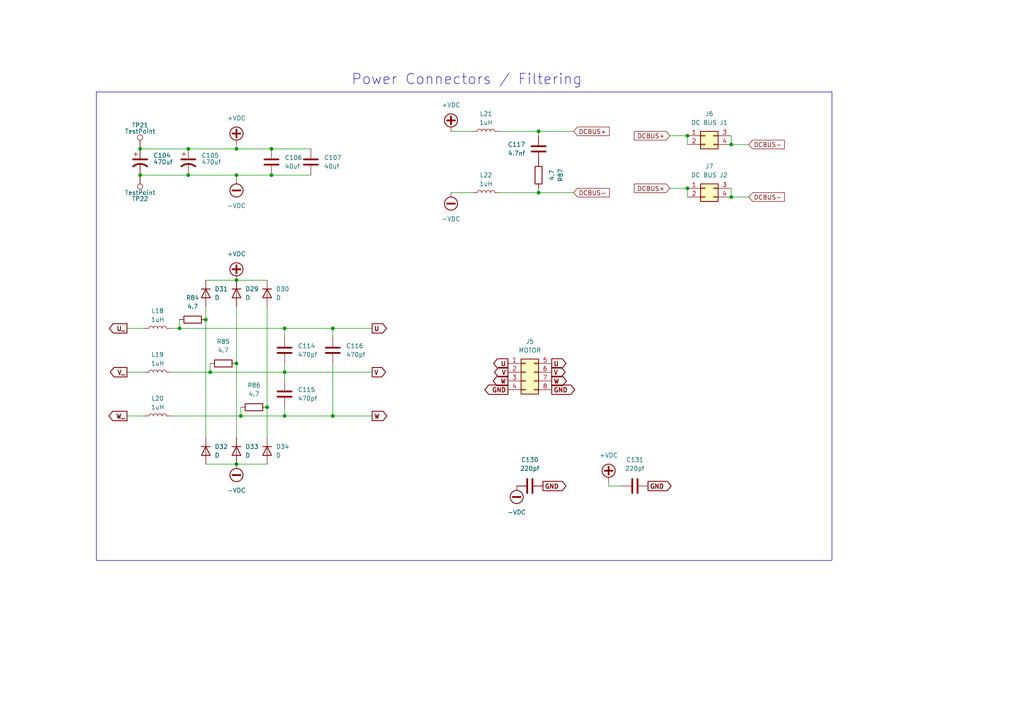
<source format=kicad_sch>
(kicad_sch (version 20231120) (generator "eeschema") (generator_version "8.0")
  (paper "A4")
  (lib_symbols
    (symbol "Connector:TestPoint" (pin_numbers hide) (pin_names (offset 0.762) hide)
      (property "Reference" "TP" (at 0 6.858 0))
      (property "Value" "TestPoint" (at 0 5.08 0))
      (symbol "TestPoint_0_1"
        (circle (center 0 3.302) (radius 0.762))
      )
      (symbol "TestPoint_1_1"
        (pin passive line (at 0 0 90) (length 2.54) (name "1") (number "1"))
      )
    )
    (symbol "Connector_Generic:Conn_02x02_Top_Bottom" (pin_names (offset 1.016) hide)
      (property "Reference" "J" (at 1.27 2.54 0))
      (property "Value" "Conn_02x02_Top_Bottom" (at 1.27 -5.08 0))
      (symbol "Conn_02x02_Top_Bottom_1_1"
        (rectangle (start -1.27 -2.413) (end 0 -2.667) (stroke (width 0.1524)))
        (rectangle (start -1.27 0.127) (end 0 -0.127) (stroke (width 0.1524)))
        (rectangle (start -1.27 1.27) (end 3.81 -3.81) (stroke (width 0.254)) (fill (type background)))
        (rectangle (start 3.81 -2.413) (end 2.54 -2.667) (stroke (width 0.1524)))
        (rectangle (start 3.81 0.127) (end 2.54 -0.127) (stroke (width 0.1524)))
        (pin passive line (at -5.08 0 0) (length 3.81) (name "Pin_1") (number "1"))
        (pin passive line (at -5.08 -2.54 0) (length 3.81) (name "Pin_2") (number "2"))
        (pin passive line (at 7.62 0 180) (length 3.81) (name "Pin_3") (number "3"))
        (pin passive line (at 7.62 -2.54 180) (length 3.81) (name "Pin_4") (number "4"))
      )
    )
    (symbol "Connector_Generic:Conn_02x04_Top_Bottom" (pin_names (offset 1.016) hide)
      (property "Reference" "J" (at 1.27 5.08 0))
      (property "Value" "Conn_02x04_Top_Bottom" (at 1.27 -7.62 0))
      (symbol "Conn_02x04_Top_Bottom_1_1"
        (rectangle (start -1.27 -4.953) (end 0 -5.207) (stroke (width 0.1524)))
        (rectangle (start -1.27 -2.413) (end 0 -2.667) (stroke (width 0.1524)))
        (rectangle (start -1.27 0.127) (end 0 -0.127) (stroke (width 0.1524)))
        (rectangle (start -1.27 2.667) (end 0 2.413) (stroke (width 0.1524)))
        (rectangle (start -1.27 3.81) (end 3.81 -6.35) (stroke (width 0.254)) (fill (type background)))
        (rectangle (start 3.81 -4.953) (end 2.54 -5.207) (stroke (width 0.1524)))
        (rectangle (start 3.81 -2.413) (end 2.54 -2.667) (stroke (width 0.1524)))
        (rectangle (start 3.81 0.127) (end 2.54 -0.127) (stroke (width 0.1524)))
        (rectangle (start 3.81 2.667) (end 2.54 2.413) (stroke (width 0.1524)))
        (pin passive line (at -5.08 2.54 0) (length 3.81) (name "Pin_1") (number "1"))
        (pin passive line (at -5.08 0 0) (length 3.81) (name "Pin_2") (number "2"))
        (pin passive line (at -5.08 -2.54 0) (length 3.81) (name "Pin_3") (number "3"))
        (pin passive line (at -5.08 -5.08 0) (length 3.81) (name "Pin_4") (number "4"))
        (pin passive line (at 7.62 2.54 180) (length 3.81) (name "Pin_5") (number "5"))
        (pin passive line (at 7.62 0 180) (length 3.81) (name "Pin_6") (number "6"))
        (pin passive line (at 7.62 -2.54 180) (length 3.81) (name "Pin_7") (number "7"))
        (pin passive line (at 7.62 -5.08 180) (length 3.81) (name "Pin_8") (number "8"))
      )
    )
    (symbol "Device:C" (pin_numbers hide) (pin_names (offset 0.254))
      (property "Reference" "C" (at 0.635 2.54 0))
      (property "Value" "C" (at 0.635 -2.54 0))
      (symbol "C_0_1"
        (polyline (pts (xy -2.032 -0.762) (xy 2.032 -0.762)) (stroke (width 0.508)))
        (polyline (pts (xy -2.032 0.762) (xy 2.032 0.762)) (stroke (width 0.508)))
      )
      (symbol "C_1_1"
        (pin passive line (at 0 3.81 270) (length 2.794) (name "~") (number "1"))
        (pin passive line (at 0 -3.81 90) (length 2.794) (name "~") (number "2"))
      )
    )
    (symbol "Device:C_Polarized_US" (pin_numbers hide) (pin_names (offset 0.254) hide)
      (property "Reference" "C" (at 0.635 2.54 0))
      (property "Value" "C_Polarized_US" (at 0.635 -2.54 0))
      (symbol "C_Polarized_US_0_1"
        (polyline (pts (xy -2.032 0.762) (xy 2.032 0.762)) (stroke (width 0.508)))
        (polyline (pts (xy -1.778 2.286) (xy -0.762 2.286)))
        (polyline (pts (xy -1.27 1.778) (xy -1.27 2.794)))
        (arc (start 2.032 -1.27) (mid 0 -0.5572) (end -2.032 -1.27) (stroke (width 0.508)))
      )
      (symbol "C_Polarized_US_1_1"
        (pin passive line (at 0 3.81 270) (length 2.794) (name "~") (number "1"))
        (pin passive line (at 0 -3.81 90) (length 3.302) (name "~") (number "2"))
      )
    )
    (symbol "Device:D" (pin_numbers hide) (pin_names (offset 1.016) hide)
      (property "Reference" "D" (at 0 2.54 0))
      (property "Value" "D" (at 0 -2.54 0))
      (symbol "D_0_1"
        (polyline (pts (xy -1.27 1.27) (xy -1.27 -1.27)) (stroke (width 0.254)))
        (polyline (pts (xy 1.27 0) (xy -1.27 0)))
        (polyline (pts (xy 1.27 1.27) (xy 1.27 -1.27) (xy -1.27 0) (xy 1.27 1.27)) (stroke (width 0.254)))
      )
      (symbol "D_1_1"
        (pin passive line (at -3.81 0 0) (length 2.54) (name "K") (number "1"))
        (pin passive line (at 3.81 0 180) (length 2.54) (name "A") (number "2"))
      )
    )
    (symbol "Device:L" (pin_numbers hide) (pin_names (offset 1.016) hide)
      (property "Reference" "L" (at -1.27 0 90))
      (property "Value" "L" (at 1.905 0 90))
      (symbol "L_0_1"
        (arc (start 0 -2.54) (mid 0.6323 -1.905) (end 0 -1.27))
        (arc (start 0 -1.27) (mid 0.6323 -0.635) (end 0 0))
        (arc (start 0 0) (mid 0.6323 0.635) (end 0 1.27))
        (arc (start 0 1.27) (mid 0.6323 1.905) (end 0 2.54))
      )
      (symbol "L_1_1"
        (pin passive line (at 0 3.81 270) (length 1.27) (name "1") (number "1"))
        (pin passive line (at 0 -3.81 90) (length 1.27) (name "2") (number "2"))
      )
    )
    (symbol "Device:R" (pin_numbers hide) (pin_names (offset 0))
      (property "Reference" "R" (at 2.032 0 90))
      (property "Value" "R" (at 0 0 90))
      (symbol "R_0_1"
        (rectangle (start -1.016 -2.54) (end 1.016 2.54) (stroke (width 0.254)))
      )
      (symbol "R_1_1"
        (pin passive line (at 0 3.81 270) (length 1.27) (name "~") (number "1"))
        (pin passive line (at 0 -3.81 90) (length 1.27) (name "~") (number "2"))
      )
    )
    (symbol "power:+VDC" (power) (pin_names (offset 0))
      (property "Value" "+VDC" (at 0 6.35 0))
      (symbol "+VDC_0_1"
        (polyline (pts (xy -1.143 3.175) (xy 1.143 3.175)) (stroke (width 0.508)))
        (polyline (pts (xy 0 0) (xy 0 1.27)))
        (polyline (pts (xy 0 2.032) (xy 0 4.318)) (stroke (width 0.508)))
        (circle (center 0 3.175) (radius 1.905) (stroke (width 0.254)))
      )
      (symbol "+VDC_1_1"
        (pin power_in line (at 0 0 90) (length 0) hide (name "+VDC") (number "1"))
      )
    )
    (symbol "power:-VDC" (power) (pin_names (offset 0))
      (property "Value" "-VDC" (at 0 6.35 0))
      (symbol "-VDC_0_1"
        (polyline (pts (xy -1.143 3.175) (xy 1.143 3.175)) (stroke (width 0.508)))
        (polyline (pts (xy 0 0) (xy 0 1.27)))
        (circle (center 0 3.175) (radius 1.905) (stroke (width 0.254)))
      )
      (symbol "-VDC_1_1"
        (pin power_in line (at 0 0 90) (length 0) hide (name "-VDC") (number "1"))
      )
    )
  )
  (junction (at 69.85 120.65))
  (junction (at 40.64 50.8))
  (junction (at 199.39 54.61))
  (junction (at 96.52 120.65))
  (junction (at 82.55 120.65))
  (junction (at 78.74 43.18))
  (junction (at 156.21 38.1))
  (junction (at 212.09 57.15))
  (junction (at 212.09 41.91))
  (junction (at 54.61 50.8))
  (junction (at 156.21 55.88))
  (junction (at 52.07 95.25))
  (junction (at 68.58 105.41))
  (junction (at 59.69 92.71))
  (junction (at 54.61 43.18))
  (junction (at 78.74 50.8))
  (junction (at 96.52 95.25))
  (junction (at 68.58 43.18))
  (junction (at 68.58 50.8))
  (junction (at 82.55 107.95))
  (junction (at 68.58 134.62))
  (junction (at 68.58 81.28))
  (junction (at 60.96 107.95))
  (junction (at 199.39 39.37))
  (junction (at 77.47 118.11))
  (junction (at 82.55 95.25))
  (junction (at 40.64 43.18))
  (wire (pts (xy 212.09 54.61) (xy 212.09 57.15)))
  (wire (pts (xy 40.64 43.18) (xy 54.61 43.18)))
  (wire (pts (xy 166.37 38.1) (xy 156.21 38.1)))
  (wire (pts (xy 69.85 120.65) (xy 82.55 120.65)))
  (wire (pts (xy 59.69 134.62) (xy 68.58 134.62)))
  (wire (pts (xy 176.53 140.97) (xy 176.53 139.7)))
  (wire (pts (xy 59.69 88.9) (xy 59.69 92.71)))
  (wire (pts (xy 54.61 43.18) (xy 68.58 43.18)))
  (wire (pts (xy 36.83 95.25) (xy 41.91 95.25)))
  (wire (pts (xy 96.52 120.65) (xy 107.95 120.65)))
  (wire (pts (xy 96.52 95.25) (xy 107.95 95.25)))
  (wire (pts (xy 36.83 107.95) (xy 41.91 107.95)))
  (wire (pts (xy 82.55 105.41) (xy 82.55 107.95)))
  (wire (pts (xy 166.37 55.88) (xy 156.21 55.88)))
  (wire (pts (xy 96.52 95.25) (xy 96.52 97.79)))
  (wire (pts (xy 77.47 88.9) (xy 77.47 118.11)))
  (wire (pts (xy 82.55 107.95) (xy 82.55 110.49)))
  (wire (pts (xy 82.55 95.25) (xy 96.52 95.25)))
  (wire (pts (xy 77.47 118.11) (xy 77.47 127)))
  (wire (pts (xy 68.58 52.07) (xy 68.58 50.8)))
  (wire (pts (xy 59.69 81.28) (xy 68.58 81.28)))
  (wire (pts (xy 96.52 105.41) (xy 96.52 120.65)))
  (wire (pts (xy 68.58 43.18) (xy 78.74 43.18)))
  (wire (pts (xy 60.96 105.41) (xy 60.96 107.95)))
  (wire (pts (xy 130.81 38.1) (xy 137.16 38.1)))
  (wire (pts (xy 96.52 120.65) (xy 82.55 120.65)))
  (wire (pts (xy 52.07 95.25) (xy 82.55 95.25)))
  (wire (pts (xy 68.58 105.41) (xy 68.58 127)))
  (wire (pts (xy 212.09 41.91) (xy 217.17 41.91)))
  (wire (pts (xy 199.39 54.61) (xy 199.39 57.15)))
  (wire (pts (xy 156.21 55.88) (xy 156.21 54.61)))
  (wire (pts (xy 194.31 54.61) (xy 199.39 54.61)))
  (wire (pts (xy 54.61 50.8) (xy 68.58 50.8)))
  (wire (pts (xy 144.78 38.1) (xy 156.21 38.1)))
  (wire (pts (xy 144.78 55.88) (xy 156.21 55.88)))
  (wire (pts (xy 68.58 88.9) (xy 68.58 105.41)))
  (wire (pts (xy 194.31 39.37) (xy 199.39 39.37)))
  (wire (pts (xy 40.64 50.8) (xy 54.61 50.8)))
  (wire (pts (xy 68.58 41.91) (xy 68.58 43.18)))
  (wire (pts (xy 78.74 50.8) (xy 90.17 50.8)))
  (wire (pts (xy 180.34 140.97) (xy 176.53 140.97)))
  (wire (pts (xy 49.53 107.95) (xy 60.96 107.95)))
  (wire (pts (xy 68.58 50.8) (xy 78.74 50.8)))
  (wire (pts (xy 60.96 107.95) (xy 82.55 107.95)))
  (wire (pts (xy 68.58 81.28) (xy 77.47 81.28)))
  (wire (pts (xy 82.55 118.11) (xy 82.55 120.65)))
  (wire (pts (xy 52.07 92.71) (xy 52.07 95.25)))
  (wire (pts (xy 156.21 38.1) (xy 156.21 39.37)))
  (wire (pts (xy 212.09 57.15) (xy 217.17 57.15)))
  (wire (pts (xy 49.53 95.25) (xy 52.07 95.25)))
  (wire (pts (xy 130.81 55.88) (xy 137.16 55.88)))
  (wire (pts (xy 82.55 95.25) (xy 82.55 97.79)))
  (wire (pts (xy 78.74 43.18) (xy 90.17 43.18)))
  (wire (pts (xy 69.85 118.11) (xy 69.85 120.65)))
  (wire (pts (xy 68.58 134.62) (xy 77.47 134.62)))
  (wire (pts (xy 59.69 92.71) (xy 59.69 127)))
  (wire (pts (xy 82.55 107.95) (xy 107.95 107.95)))
  (wire (pts (xy 199.39 39.37) (xy 199.39 41.91)))
  (wire (pts (xy 49.53 120.65) (xy 69.85 120.65)))
  (wire (pts (xy 212.09 39.37) (xy 212.09 41.91)))
  (wire (pts (xy 36.83 120.65) (xy 41.91 120.65)))
  (rectangle (start 27.94 26.67) (end 241.3 162.56))
  (text "Power Connectors / Filtering" (at 101.854 24.892 0) (effects (font (size 3 3)) (justify left bottom)))
  (global_label "W" (shape output) (at 160.02 110.49 0) (effects (font (bold yes))) (property "Intersheetrefs" "${INTERSHEET_REFS}" (effects (hide yes))))
  (global_label "U" (shape output) (at 160.02 105.41 0) (effects (font (bold yes))) (property "Intersheetrefs" "${INTERSHEET_REFS}" (effects (hide yes))))
  (global_label "W_" (shape output) (at 36.83 120.65 180) (effects (font (bold yes))) (property "Intersheetrefs" "${INTERSHEET_REFS}" (effects (hide yes))))
  (global_label "DCBUS+" (shape input) (at 194.31 54.61 180) (property "Intersheetrefs" "${INTERSHEET_REFS}" (effects (hide yes))))
  (global_label "V_" (shape output) (at 36.83 107.95 180) (effects (font (bold yes))) (property "Intersheetrefs" "${INTERSHEET_REFS}" (effects (hide yes))))
  (global_label "DCBUS-" (shape input) (at 166.37 55.88 0) (property "Intersheetrefs" "${INTERSHEET_REFS}" (effects (hide yes))))
  (global_label "DCBUS+" (shape input) (at 194.31 39.37 180) (property "Intersheetrefs" "${INTERSHEET_REFS}" (effects (hide yes))))
  (global_label "U_" (shape output) (at 36.83 95.25 180) (effects (font (bold yes))) (property "Intersheetrefs" "${INTERSHEET_REFS}" (effects (hide yes))))
  (global_label "GND" (shape output) (at 147.32 113.03 180) (effects (font (bold yes))) (property "Intersheetrefs" "${INTERSHEET_REFS}" (effects (hide yes))))
  (global_label "GND" (shape output) (at 160.02 113.03 0) (effects (font (bold yes))) (property "Intersheetrefs" "${INTERSHEET_REFS}" (effects (hide yes))))
  (global_label "DCBUS-" (shape input) (at 217.17 41.91 0) (property "Intersheetrefs" "${INTERSHEET_REFS}" (effects (hide yes))))
  (global_label "V" (shape output) (at 160.02 107.95 0) (effects (font (bold yes))) (property "Intersheetrefs" "${INTERSHEET_REFS}" (effects (hide yes))))
  (global_label "W" (shape output) (at 107.95 120.65 0) (effects (font (bold yes))) (property "Intersheetrefs" "${INTERSHEET_REFS}" (effects (hide yes))))
  (global_label "U" (shape output) (at 107.95 95.25 0) (effects (font (bold yes))) (property "Intersheetrefs" "${INTERSHEET_REFS}" (effects (hide yes))))
  (global_label "V" (shape output) (at 147.32 107.95 180) (effects (font (bold yes))) (property "Intersheetrefs" "${INTERSHEET_REFS}" (effects (hide yes))))
  (global_label "DCBUS+" (shape input) (at 166.37 38.1 0) (property "Intersheetrefs" "${INTERSHEET_REFS}" (effects (hide yes))))
  (global_label "V" (shape output) (at 107.95 107.95 0) (effects (font (bold yes))) (property "Intersheetrefs" "${INTERSHEET_REFS}" (effects (hide yes))))
  (global_label "DCBUS-" (shape input) (at 217.17 57.15 0) (property "Intersheetrefs" "${INTERSHEET_REFS}" (effects (hide yes))))
  (global_label "GND" (shape output) (at 157.48 140.97 0) (effects (font (bold yes))) (property "Intersheetrefs" "${INTERSHEET_REFS}" (effects (hide yes))))
  (global_label "GND" (shape output) (at 187.96 140.97 0) (effects (font (bold yes))) (property "Intersheetrefs" "${INTERSHEET_REFS}" (effects (hide yes))))
  (global_label "U" (shape output) (at 147.32 105.41 180) (effects (font (bold yes))) (property "Intersheetrefs" "${INTERSHEET_REFS}" (effects (hide yes))))
  (global_label "W" (shape output) (at 147.32 110.49 180) (effects (font (bold yes))) (property "Intersheetrefs" "${INTERSHEET_REFS}" (effects (hide yes))))
  (symbol (lib_id "Connector:TestPoint") (at 40.64 43.18 0) (unit 1)
    (property "Reference" "TP21" (at 40.64 36.322 0))
    (property "Value" "TestPoint" (at 40.64 38.1 0))
    (property "Footprint" "footprints:TestPoint_Pad_3.1x1.6mm" (effects (hide yes)))
  )
  (symbol (lib_id "power:+VDC") (at 68.58 81.28 0) (unit 1)
    (property "Reference" "#PWR0135" (effects (hide yes)))
    (property "Value" "+VDC" (at 68.58 73.66 0))
  )
  (symbol (lib_id "Device:L") (at 45.72 95.25 90) (unit 1)
    (property "Reference" "L18" (at 45.72 90.17 90))
    (property "Value" "1uH" (at 45.72 92.71 90))
    (property "Footprint" "Inductor_SMD:L_Vishay_IHLP-6767" (effects (hide yes)))
    (property "Description" "Inductor" (effects (hide yes)))
  )
  (symbol (lib_id "Device:L") (at 140.97 55.88 270) (mirror x) (unit 1)
    (property "Reference" "L22" (at 140.97 50.8 90))
    (property "Value" "1uH" (at 140.97 53.34 90))
    (property "Footprint" "Inductor_SMD:L_Vishay_IHLP-5050" (effects (hide yes)))
    (property "Description" "Inductor" (effects (hide yes)))
  )
  (symbol (lib_id "Connector_Generic:Conn_02x02_Top_Bottom") (at 204.47 54.61 0) (unit 1)
    (property "Reference" "J7" (at 205.74 48.26 0))
    (property "Value" "DC BUS J2" (at 205.74 50.8 0))
    (property "Footprint" "Connector_Molex:Molex_Mega-Fit_76825-0004_2x02_P5.70mm_Horizontal" (effects (hide yes)))
  )
  (symbol (lib_id "Connector_Generic:Conn_02x02_Top_Bottom") (at 204.47 39.37 0) (unit 1)
    (property "Reference" "J6" (at 205.74 33.02 0))
    (property "Value" "DC BUS J1" (at 205.74 35.56 0))
    (property "Footprint" "Connector_Molex:Molex_Mega-Fit_76825-0004_2x02_P5.70mm_Horizontal" (effects (hide yes)))
  )
  (symbol (lib_id "Device:L") (at 140.97 38.1 270) (mirror x) (unit 1)
    (property "Reference" "L21" (at 140.97 33.02 90))
    (property "Value" "1uH" (at 140.97 35.56 90))
    (property "Footprint" "Inductor_SMD:L_Vishay_IHLP-5050" (effects (hide yes)))
    (property "Description" "Inductor" (effects (hide yes)))
  )
  (symbol (lib_id "Device:R") (at 156.21 50.8 0) (mirror y) (unit 1)
    (property "Reference" "R87" (at 162.56 50.8 90))
    (property "Value" "4.7" (at 160.02 50.8 90))
    (property "Footprint" "footprints:R_1206_3216Metric_Wide" (effects (hide yes)))
    (property "Description" "Resistor" (effects (hide yes)))
  )
  (symbol (lib_id "power:+VDC") (at 176.53 139.7 0) (mirror y) (unit 1)
    (property "Reference" "#PWR0140" (effects (hide yes)))
    (property "Value" "+VDC" (at 176.53 132.08 0))
  )
  (symbol (lib_id "power:-VDC") (at 149.86 140.97 0) (mirror x) (unit 1)
    (property "Reference" "#PWR0139" (effects (hide yes)))
    (property "Value" "-VDC" (at 149.86 148.59 0))
  )
  (symbol (lib_id "Connector_Generic:Conn_02x04_Top_Bottom") (at 152.4 107.95 0) (unit 1)
    (property "Reference" "J5" (at 153.67 99.06 0))
    (property "Value" "MOTOR" (at 153.67 101.6 0))
    (property "Footprint" "Connector_Molex:Molex_Mega-Fit_76825-0008_2x04_P5.70mm_Horizontal" (effects (hide yes)))
  )
  (symbol (lib_id "Device:C") (at 82.55 101.6 0) (unit 1)
    (property "Reference" "C114" (at 86.36 100.3299 0) (effects (justify left)))
    (property "Value" "470pf" (at 86.36 102.8699 0) (effects (justify left)))
    (property "Footprint" "Capacitor_SMD:C_1206_3216Metric" (effects (hide yes)))
    (property "Description" "Unpolarized capacitor" (effects (hide yes)))
  )
  (symbol (lib_id "Device:C_Polarized_US") (at 40.64 46.99 0) (unit 1)
    (property "Reference" "C104" (at 44.45 45.085 0) (effects (justify left)))
    (property "Value" "470uf" (at 44.45 46.99 0) (effects (justify left)))
    (property "Footprint" "Capacitor_THT:CP_Radial_D30.0mm_P10.00mm_SnapIn" (effects (hide yes)))
  )
  (symbol (lib_id "Device:C") (at 156.21 43.18 0) (mirror y) (unit 1)
    (property "Reference" "C117" (at 152.4 41.9099 0) (effects (justify left)))
    (property "Value" "4.7nf" (at 152.4 44.4499 0) (effects (justify left)))
    (property "Footprint" "Capacitor_SMD:C_1206_3216Metric" (effects (hide yes)))
    (property "Description" "Unpolarized capacitor" (effects (hide yes)))
  )
  (symbol (lib_id "Device:D") (at 77.47 130.81 270) (unit 1)
    (property "Reference" "D34" (at 80.01 129.5399 90) (effects (justify left)))
    (property "Value" "D" (at 80.01 132.0799 90) (effects (justify left)))
    (property "Footprint" "Diode_SMD:D_SMC" (effects (hide yes)))
    (property "Description" "Diode" (effects (hide yes)))
    (property "Sim.Device" "D" (effects (hide yes)))
    (property "Sim.Pins" "1=K 2=A" (effects (hide yes)))
  )
  (symbol (lib_id "Device:R") (at 55.88 92.71 270) (unit 1)
    (property "Reference" "R84" (at 55.88 86.36 90))
    (property "Value" "4.7" (at 55.88 88.9 90))
    (property "Footprint" "footprints:R_1206_3216Metric_Wide" (effects (hide yes)))
    (property "Description" "Resistor" (effects (hide yes)))
  )
  (symbol (lib_id "Device:R") (at 73.66 118.11 270) (unit 1)
    (property "Reference" "R86" (at 73.66 111.76 90))
    (property "Value" "4.7" (at 73.66 114.3 90))
    (property "Footprint" "footprints:R_1206_3216Metric_Wide" (effects (hide yes)))
    (property "Description" "Resistor" (effects (hide yes)))
  )
  (symbol (lib_id "Device:C") (at 78.74 46.99 0) (unit 1)
    (property "Reference" "C106" (at 82.55 45.7199 0) (effects (justify left)))
    (property "Value" "40uf" (at 82.55 48.2599 0) (effects (justify left)))
    (property "Footprint" "footprints:BUS CAP1" (effects (hide yes)))
  )
  (symbol (lib_id "Device:D") (at 77.47 85.09 270) (unit 1)
    (property "Reference" "D30" (at 80.01 83.8199 90) (effects (justify left)))
    (property "Value" "D" (at 80.01 86.3599 90) (effects (justify left)))
    (property "Footprint" "Diode_SMD:D_SMC" (effects (hide yes)))
    (property "Description" "Diode" (effects (hide yes)))
    (property "Sim.Device" "D" (effects (hide yes)))
    (property "Sim.Pins" "1=K 2=A" (effects (hide yes)))
  )
  (symbol (lib_id "Connector:TestPoint") (at 40.64 50.8 180) (unit 1)
    (property "Reference" "TP22" (at 40.64 57.658 0))
    (property "Value" "TestPoint" (at 40.64 55.88 0))
    (property "Footprint" "footprints:TestPoint_Pad_3.1x1.6mm" (effects (hide yes)))
  )
  (symbol (lib_id "Device:C") (at 184.15 140.97 270) (unit 1)
    (property "Reference" "C131" (at 184.15 133.35 90))
    (property "Value" "220pf" (at 184.15 135.89 90))
    (property "Footprint" "Capacitor_THT:C_Disc_D7.5mm_W5.0mm_P10.00mm" (effects (hide yes)))
  )
  (symbol (lib_id "Device:R") (at 64.77 105.41 270) (unit 1)
    (property "Reference" "R85" (at 64.77 99.06 90))
    (property "Value" "4.7" (at 64.77 101.6 90))
    (property "Footprint" "footprints:R_1206_3216Metric_Wide" (effects (hide yes)))
    (property "Description" "Resistor" (effects (hide yes)))
  )
  (symbol (lib_id "Device:D") (at 59.69 85.09 270) (unit 1)
    (property "Reference" "D31" (at 62.23 83.8199 90) (effects (justify left)))
    (property "Value" "D" (at 62.23 86.3599 90) (effects (justify left)))
    (property "Footprint" "Diode_SMD:D_SMC" (effects (hide yes)))
    (property "Description" "Diode" (effects (hide yes)))
    (property "Sim.Device" "D" (effects (hide yes)))
    (property "Sim.Pins" "1=K 2=A" (effects (hide yes)))
  )
  (symbol (lib_id "Device:L") (at 45.72 107.95 90) (unit 1)
    (property "Reference" "L19" (at 45.72 102.87 90))
    (property "Value" "1uH" (at 45.72 105.41 90))
    (property "Footprint" "Inductor_SMD:L_Vishay_IHLP-6767" (effects (hide yes)))
    (property "Description" "Inductor" (effects (hide yes)))
  )
  (symbol (lib_id "Device:C") (at 153.67 140.97 270) (unit 1)
    (property "Reference" "C130" (at 153.67 133.35 90))
    (property "Value" "220pf" (at 153.67 135.89 90))
    (property "Footprint" "Capacitor_THT:C_Disc_D7.5mm_W5.0mm_P10.00mm" (effects (hide yes)))
  )
  (symbol (lib_id "Device:L") (at 45.72 120.65 90) (unit 1)
    (property "Reference" "L20" (at 45.72 115.57 90))
    (property "Value" "1uH" (at 45.72 118.11 90))
    (property "Footprint" "Inductor_SMD:L_Vishay_IHLP-6767" (effects (hide yes)))
    (property "Description" "Inductor" (effects (hide yes)))
  )
  (symbol (lib_id "Device:D") (at 68.58 85.09 270) (unit 1)
    (property "Reference" "D29" (at 71.12 83.8199 90) (effects (justify left)))
    (property "Value" "D" (at 71.12 86.3599 90) (effects (justify left)))
    (property "Footprint" "Diode_SMD:D_SMC" (effects (hide yes)))
    (property "Description" "Diode" (effects (hide yes)))
    (property "Sim.Device" "D" (effects (hide yes)))
    (property "Sim.Pins" "1=K 2=A" (effects (hide yes)))
  )
  (symbol (lib_id "power:-VDC") (at 68.58 52.07 180) (unit 1)
    (property "Reference" "#PWR0128" (effects (hide yes)))
    (property "Value" "-VDC" (at 68.58 59.69 0))
  )
  (symbol (lib_id "power:-VDC") (at 68.58 134.62 180) (unit 1)
    (property "Reference" "#PWR0136" (effects (hide yes)))
    (property "Value" "-VDC" (at 68.58 142.24 0))
  )
  (symbol (lib_id "Device:C_Polarized_US") (at 54.61 46.99 0) (unit 1)
    (property "Reference" "C105" (at 58.42 45.085 0) (effects (justify left)))
    (property "Value" "470uf" (at 58.42 46.99 0) (effects (justify left)))
    (property "Footprint" "Capacitor_THT:CP_Radial_D30.0mm_P10.00mm_SnapIn" (effects (hide yes)))
  )
  (symbol (lib_id "Device:D") (at 68.58 130.81 270) (unit 1)
    (property "Reference" "D33" (at 71.12 129.5399 90) (effects (justify left)))
    (property "Value" "D" (at 71.12 132.0799 90) (effects (justify left)))
    (property "Footprint" "Diode_SMD:D_SMC" (effects (hide yes)))
    (property "Description" "Diode" (effects (hide yes)))
    (property "Sim.Device" "D" (effects (hide yes)))
    (property "Sim.Pins" "1=K 2=A" (effects (hide yes)))
  )
  (symbol (lib_id "Device:C") (at 82.55 114.3 0) (unit 1)
    (property "Reference" "C115" (at 86.36 113.0299 0) (effects (justify left)))
    (property "Value" "470pf" (at 86.36 115.5699 0) (effects (justify left)))
    (property "Footprint" "Capacitor_SMD:C_1206_3216Metric" (effects (hide yes)))
    (property "Description" "Unpolarized capacitor" (effects (hide yes)))
  )
  (symbol (lib_id "Device:D") (at 59.69 130.81 270) (unit 1)
    (property "Reference" "D32" (at 62.23 129.5399 90) (effects (justify left)))
    (property "Value" "D" (at 62.23 132.0799 90) (effects (justify left)))
    (property "Footprint" "Diode_SMD:D_SMC" (effects (hide yes)))
    (property "Description" "Diode" (effects (hide yes)))
    (property "Sim.Device" "D" (effects (hide yes)))
    (property "Sim.Pins" "1=K 2=A" (effects (hide yes)))
  )
  (symbol (lib_id "Device:C") (at 96.52 101.6 0) (unit 1)
    (property "Reference" "C116" (at 100.33 100.3299 0) (effects (justify left)))
    (property "Value" "470pf" (at 100.33 102.8699 0) (effects (justify left)))
    (property "Footprint" "Capacitor_SMD:C_1206_3216Metric" (effects (hide yes)))
    (property "Description" "Unpolarized capacitor" (effects (hide yes)))
  )
  (symbol (lib_id "power:+VDC") (at 130.81 38.1 0) (mirror y) (unit 1)
    (property "Reference" "#PWR0129" (effects (hide yes)))
    (property "Value" "+VDC" (at 130.81 30.48 0))
  )
  (symbol (lib_id "power:-VDC") (at 130.81 55.88 0) (mirror x) (unit 1)
    (property "Reference" "#PWR0131" (effects (hide yes)))
    (property "Value" "-VDC" (at 130.81 63.5 0))
  )
  (symbol (lib_id "power:+VDC") (at 68.58 41.91 0) (unit 1)
    (property "Reference" "#PWR0127" (effects (hide yes)))
    (property "Value" "+VDC" (at 68.58 34.29 0))
  )
  (symbol (lib_id "Device:C") (at 90.17 46.99 0) (unit 1)
    (property "Reference" "C107" (at 93.98 45.7199 0) (effects (justify left)))
    (property "Value" "40uf" (at 93.98 48.2599 0) (effects (justify left)))
    (property "Footprint" "footprints:BUS CAP1" (effects (hide yes)))
  )
)
</source>
